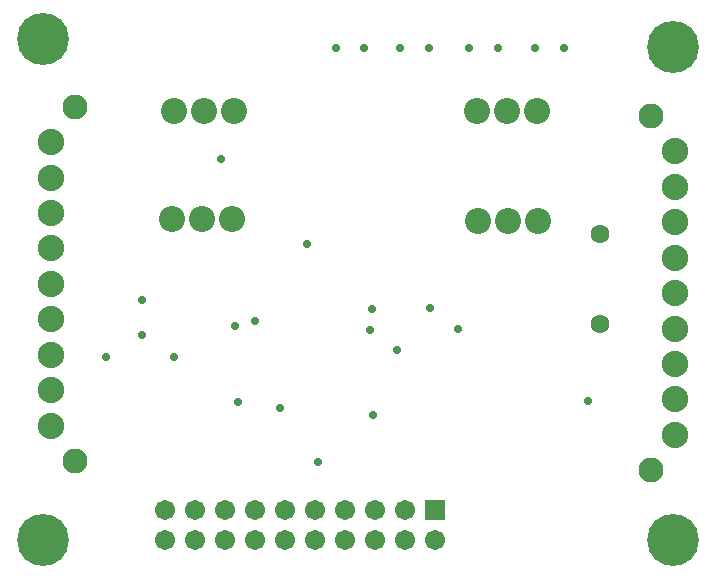
<source format=gbs>
G04*
G04 #@! TF.GenerationSoftware,Altium Limited,Altium Designer,19.1.5 (86)*
G04*
G04 Layer_Color=16711935*
%FSLAX25Y25*%
%MOIN*%
G70*
G01*
G75*
%ADD31C,0.06312*%
%ADD32C,0.08674*%
%ADD33C,0.17300*%
%ADD34C,0.06706*%
%ADD35R,0.06706X0.06706*%
%ADD36C,0.08300*%
%ADD37C,0.08800*%
%ADD38C,0.02800*%
D31*
X197500Y84500D02*
D03*
Y114500D02*
D03*
D32*
X55000Y119500D02*
D03*
X75000D02*
D03*
X65000D02*
D03*
X157000Y119000D02*
D03*
X177000D02*
D03*
X167000D02*
D03*
X156500Y155500D02*
D03*
X176500D02*
D03*
X166500D02*
D03*
X55500D02*
D03*
X75500D02*
D03*
X65500D02*
D03*
D33*
X222000Y12500D02*
D03*
X12000D02*
D03*
X222000Y177000D02*
D03*
X12000Y179500D02*
D03*
D34*
X52500Y12500D02*
D03*
X62500D02*
D03*
X72500D02*
D03*
X82500D02*
D03*
X92500D02*
D03*
X102500D02*
D03*
X112500D02*
D03*
X122500D02*
D03*
X132500D02*
D03*
X142500D02*
D03*
X52500Y22500D02*
D03*
X62500D02*
D03*
X72500D02*
D03*
X82500D02*
D03*
X92500D02*
D03*
X102500D02*
D03*
X112500D02*
D03*
X122500D02*
D03*
X132500D02*
D03*
D35*
X142500D02*
D03*
D36*
X214783Y35823D02*
D03*
Y153933D02*
D03*
X22500Y157000D02*
D03*
Y38890D02*
D03*
D37*
X222500Y142122D02*
D03*
Y130311D02*
D03*
Y118500D02*
D03*
Y106689D02*
D03*
Y94878D02*
D03*
Y83067D02*
D03*
Y71256D02*
D03*
Y59445D02*
D03*
Y47634D02*
D03*
X14783Y50701D02*
D03*
Y62512D02*
D03*
Y74323D02*
D03*
Y86134D02*
D03*
Y97945D02*
D03*
Y109756D02*
D03*
Y121567D02*
D03*
Y133378D02*
D03*
Y145189D02*
D03*
D38*
X122079Y54079D02*
D03*
X71250Y139500D02*
D03*
X99858Y111142D02*
D03*
X121500Y89500D02*
D03*
X185500Y176500D02*
D03*
X140500D02*
D03*
X109500D02*
D03*
X193500Y59000D02*
D03*
X150234Y82809D02*
D03*
X130000Y76000D02*
D03*
X120937Y82527D02*
D03*
X141000Y90000D02*
D03*
X55500Y73500D02*
D03*
X33000D02*
D03*
X45000Y81000D02*
D03*
Y92500D02*
D03*
X131000Y176500D02*
D03*
X76052Y84052D02*
D03*
X82500Y85500D02*
D03*
X77000Y58500D02*
D03*
X103500Y38500D02*
D03*
X163500Y176500D02*
D03*
X176000D02*
D03*
X119000D02*
D03*
X154000D02*
D03*
X91000Y56500D02*
D03*
M02*

</source>
